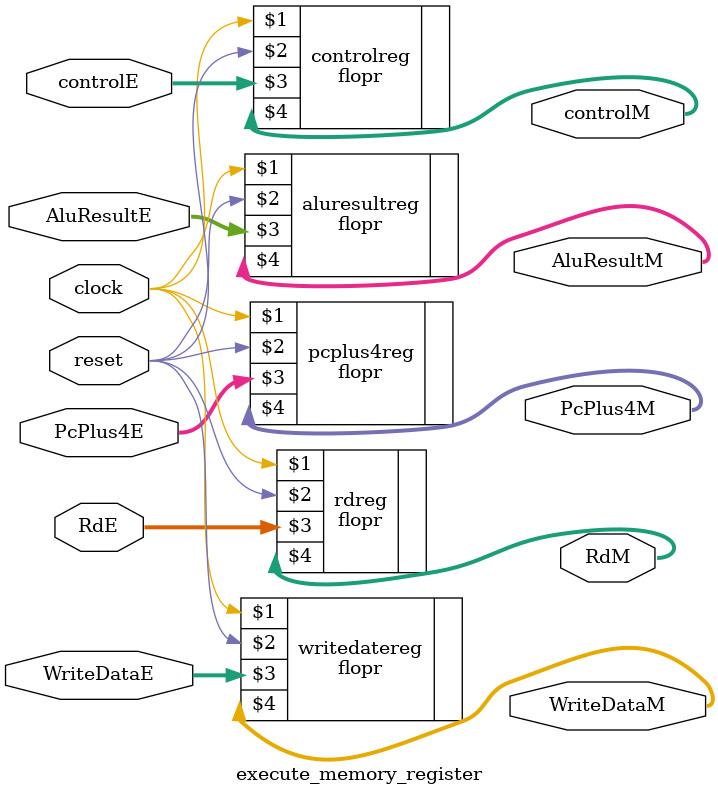
<source format=sv>
module execute_memory_register (input logic clock, reset,
                                input logic [3:0] controlE,
                                input logic [31:0] AluResultE, WriteDataE,
                                input logic [31:0] PcPlus4E,
                                input logic [4:0] RdE,
                                output logic [3:0] controlM,
                                output logic [31:0] AluResultM, WriteDataM,
                                output logic [31:0] PcPlus4M,
                                output logic [4:0] RdM);


  flopr #(4) controlreg(clock, reset, controlE, controlM);

  flopr #(32) aluresultreg(clock, reset, AluResultE, AluResultM);
  flopr #(32) writedatereg(clock, reset, WriteDataE, WriteDataM);
  flopr #(32) pcplus4reg(clock, reset, PcPlus4E, PcPlus4M);
  flopr #(5) rdreg(clock, reset, RdE, RdM);
endmodule
</source>
